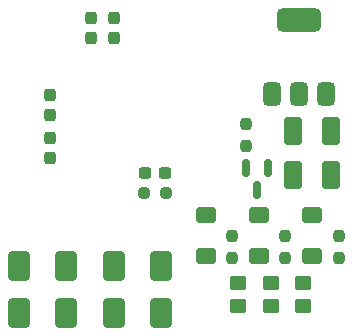
<source format=gbr>
%TF.GenerationSoftware,KiCad,Pcbnew,8.0.8-8.0.8-0~ubuntu24.04.1*%
%TF.CreationDate,2025-03-19T16:12:16+01:00*%
%TF.ProjectId,teaser,74656173-6572-42e6-9b69-6361645f7063,rev?*%
%TF.SameCoordinates,Original*%
%TF.FileFunction,Paste,Bot*%
%TF.FilePolarity,Positive*%
%FSLAX46Y46*%
G04 Gerber Fmt 4.6, Leading zero omitted, Abs format (unit mm)*
G04 Created by KiCad (PCBNEW 8.0.8-8.0.8-0~ubuntu24.04.1) date 2025-03-19 16:12:16*
%MOMM*%
%LPD*%
G01*
G04 APERTURE LIST*
G04 Aperture macros list*
%AMRoundRect*
0 Rectangle with rounded corners*
0 $1 Rounding radius*
0 $2 $3 $4 $5 $6 $7 $8 $9 X,Y pos of 4 corners*
0 Add a 4 corners polygon primitive as box body*
4,1,4,$2,$3,$4,$5,$6,$7,$8,$9,$2,$3,0*
0 Add four circle primitives for the rounded corners*
1,1,$1+$1,$2,$3*
1,1,$1+$1,$4,$5*
1,1,$1+$1,$6,$7*
1,1,$1+$1,$8,$9*
0 Add four rect primitives between the rounded corners*
20,1,$1+$1,$2,$3,$4,$5,0*
20,1,$1+$1,$4,$5,$6,$7,0*
20,1,$1+$1,$6,$7,$8,$9,0*
20,1,$1+$1,$8,$9,$2,$3,0*%
G04 Aperture macros list end*
%ADD10RoundRect,0.250000X0.450000X-0.350000X0.450000X0.350000X-0.450000X0.350000X-0.450000X-0.350000X0*%
%ADD11RoundRect,0.237500X-0.250000X-0.237500X0.250000X-0.237500X0.250000X0.237500X-0.250000X0.237500X0*%
%ADD12RoundRect,0.150000X-0.150000X0.587500X-0.150000X-0.587500X0.150000X-0.587500X0.150000X0.587500X0*%
%ADD13RoundRect,0.237500X-0.237500X0.300000X-0.237500X-0.300000X0.237500X-0.300000X0.237500X0.300000X0*%
%ADD14RoundRect,0.250000X-0.650000X1.000000X-0.650000X-1.000000X0.650000X-1.000000X0.650000X1.000000X0*%
%ADD15RoundRect,0.237500X0.237500X-0.300000X0.237500X0.300000X-0.237500X0.300000X-0.237500X-0.300000X0*%
%ADD16RoundRect,0.250000X0.600000X-0.400000X0.600000X0.400000X-0.600000X0.400000X-0.600000X-0.400000X0*%
%ADD17RoundRect,0.237500X0.237500X-0.250000X0.237500X0.250000X-0.237500X0.250000X-0.237500X-0.250000X0*%
%ADD18RoundRect,0.237500X0.300000X0.237500X-0.300000X0.237500X-0.300000X-0.237500X0.300000X-0.237500X0*%
%ADD19RoundRect,0.250001X-0.499999X-0.924999X0.499999X-0.924999X0.499999X0.924999X-0.499999X0.924999X0*%
%ADD20RoundRect,0.375000X0.375000X-0.625000X0.375000X0.625000X-0.375000X0.625000X-0.375000X-0.625000X0*%
%ADD21RoundRect,0.500000X1.400000X-0.500000X1.400000X0.500000X-1.400000X0.500000X-1.400000X-0.500000X0*%
G04 APERTURE END LIST*
D10*
%TO.C,R3*%
X148050000Y-88400000D03*
X148050000Y-86400000D03*
%TD*%
D11*
%TO.C,R7*%
X134600000Y-78800000D03*
X136425000Y-78800000D03*
%TD*%
D12*
%TO.C,Q6*%
X143200000Y-76700000D03*
X145100000Y-76700000D03*
X144150000Y-78575000D03*
%TD*%
D13*
%TO.C,C14*%
X126600000Y-74130000D03*
X126600000Y-75855000D03*
%TD*%
D14*
%TO.C,D3*%
X132000000Y-85000000D03*
X132000000Y-89000000D03*
%TD*%
%TO.C,D8*%
X124000000Y-85000000D03*
X124000000Y-89000000D03*
%TD*%
%TO.C,D1*%
X136000000Y-85000000D03*
X136000000Y-89000000D03*
%TD*%
D10*
%TO.C,R5*%
X145300000Y-88400000D03*
X145300000Y-86400000D03*
%TD*%
D13*
%TO.C,C3*%
X132000000Y-64000000D03*
X132000000Y-65725000D03*
%TD*%
D15*
%TO.C,C13*%
X126600000Y-72230000D03*
X126600000Y-70505000D03*
%TD*%
D13*
%TO.C,C6*%
X130100000Y-64000000D03*
X130100000Y-65725000D03*
%TD*%
D14*
%TO.C,D6*%
X128000000Y-85000000D03*
X128000000Y-89000000D03*
%TD*%
D16*
%TO.C,D9*%
X139800000Y-84150000D03*
X139800000Y-80650000D03*
%TD*%
D17*
%TO.C,R4*%
X142050000Y-84312500D03*
X142050000Y-82487500D03*
%TD*%
D18*
%TO.C,C9*%
X136375000Y-77100000D03*
X134650000Y-77100000D03*
%TD*%
D10*
%TO.C,R1*%
X142550000Y-88400000D03*
X142550000Y-86400000D03*
%TD*%
D19*
%TO.C,C1*%
X147200000Y-77300000D03*
X150450000Y-77300000D03*
%TD*%
D16*
%TO.C,D10*%
X148800000Y-84150000D03*
X148800000Y-80650000D03*
%TD*%
%TO.C,D11*%
X144300000Y-84150000D03*
X144300000Y-80650000D03*
%TD*%
D17*
%TO.C,R2*%
X151050000Y-84312500D03*
X151050000Y-82487500D03*
%TD*%
D20*
%TO.C,U2*%
X150010000Y-70437500D03*
X147710000Y-70437500D03*
D21*
X147710000Y-64137500D03*
D20*
X145410000Y-70437500D03*
%TD*%
D17*
%TO.C,R13*%
X143200000Y-74800000D03*
X143200000Y-72975000D03*
%TD*%
D19*
%TO.C,C2*%
X147200000Y-73600000D03*
X150450000Y-73600000D03*
%TD*%
D17*
%TO.C,R6*%
X146550000Y-84312500D03*
X146550000Y-82487500D03*
%TD*%
M02*

</source>
